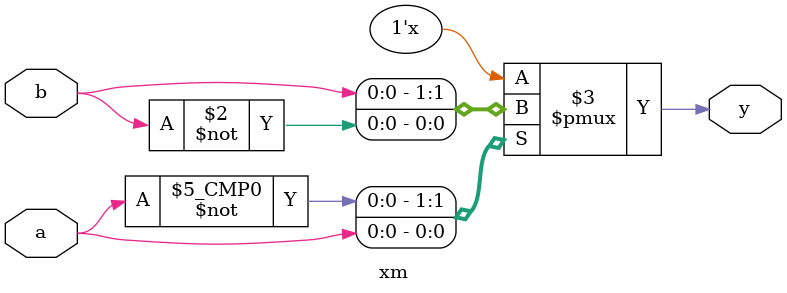
<source format=v>
module xm(input a,b, output reg y);
always @(*) begin
case(a)
1'b0: y=b;
1'b1: y=~b;
endcase
end
endmodule


</source>
